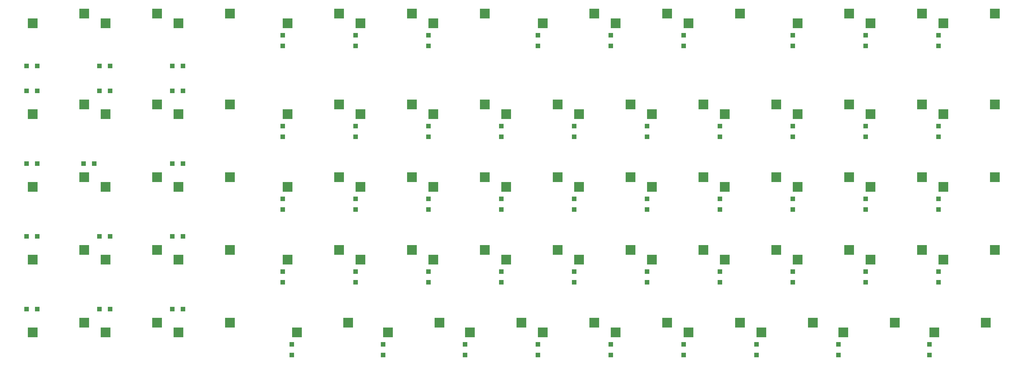
<source format=gbp>
G04 #@! TF.GenerationSoftware,KiCad,Pcbnew,(5.1.10)-1*
G04 #@! TF.CreationDate,2022-01-11T02:36:13-06:00*
G04 #@! TF.ProjectId,O'Shambles,4f275368-616d-4626-9c65-732e6b696361,rev?*
G04 #@! TF.SameCoordinates,Original*
G04 #@! TF.FileFunction,Paste,Bot*
G04 #@! TF.FilePolarity,Positive*
%FSLAX46Y46*%
G04 Gerber Fmt 4.6, Leading zero omitted, Abs format (unit mm)*
G04 Created by KiCad (PCBNEW (5.1.10)-1) date 2022-01-11 02:36:13*
%MOMM*%
%LPD*%
G01*
G04 APERTURE LIST*
%ADD10R,2.550000X2.500000*%
%ADD11R,1.200000X1.200000*%
G04 APERTURE END LIST*
D10*
X260315000Y-61547500D03*
X273765000Y-59007500D03*
X241265000Y-61547500D03*
X254715000Y-59007500D03*
X22190000Y-104410000D03*
X35640000Y-101870000D03*
X22190000Y-142510000D03*
X35640000Y-139970000D03*
X271383750Y-139970000D03*
X257933750Y-142510000D03*
X247571250Y-139970000D03*
X234121250Y-142510000D03*
X226140000Y-139970000D03*
X212690000Y-142510000D03*
X207090000Y-139970000D03*
X193640000Y-142510000D03*
X188040000Y-139970000D03*
X174590000Y-142510000D03*
X168990000Y-139970000D03*
X155540000Y-142510000D03*
X149940000Y-139970000D03*
X136490000Y-142510000D03*
X128508750Y-139970000D03*
X115058750Y-142510000D03*
X104696250Y-139970000D03*
X91246250Y-142510000D03*
X73740000Y-139970000D03*
X60290000Y-142510000D03*
X54690000Y-139970000D03*
X41240000Y-142510000D03*
X260315000Y-123460000D03*
X273765000Y-120920000D03*
X241265000Y-123460000D03*
X254715000Y-120920000D03*
X222215000Y-123460000D03*
X235665000Y-120920000D03*
X203165000Y-123460000D03*
X216615000Y-120920000D03*
X184115000Y-123460000D03*
X197565000Y-120920000D03*
X165065000Y-123460000D03*
X178515000Y-120920000D03*
X146015000Y-123460000D03*
X159465000Y-120920000D03*
X126965000Y-123460000D03*
X140415000Y-120920000D03*
X107915000Y-123460000D03*
X121365000Y-120920000D03*
X88865000Y-123460000D03*
X102315000Y-120920000D03*
X60290000Y-123460000D03*
X73740000Y-120920000D03*
X41240000Y-123460000D03*
X54690000Y-120920000D03*
X22190000Y-123460000D03*
X35640000Y-120920000D03*
X260315000Y-104410000D03*
X273765000Y-101870000D03*
X241265000Y-104410000D03*
X254715000Y-101870000D03*
X222215000Y-104410000D03*
X235665000Y-101870000D03*
X203165000Y-104410000D03*
X216615000Y-101870000D03*
X184115000Y-104410000D03*
X197565000Y-101870000D03*
X165065000Y-104410000D03*
X178515000Y-101870000D03*
X146015000Y-104410000D03*
X159465000Y-101870000D03*
X126965000Y-104410000D03*
X140415000Y-101870000D03*
X107915000Y-104410000D03*
X121365000Y-101870000D03*
X88865000Y-104410000D03*
X102315000Y-101870000D03*
X60290000Y-104410000D03*
X73740000Y-101870000D03*
X41240000Y-104410000D03*
X54690000Y-101870000D03*
X260315000Y-85360000D03*
X273765000Y-82820000D03*
X241265000Y-85360000D03*
X254715000Y-82820000D03*
X222215000Y-85360000D03*
X235665000Y-82820000D03*
X203165000Y-85360000D03*
X216615000Y-82820000D03*
X184115000Y-85360000D03*
X197565000Y-82820000D03*
X165065000Y-85360000D03*
X178515000Y-82820000D03*
X146015000Y-85360000D03*
X159465000Y-82820000D03*
X126965000Y-85360000D03*
X140415000Y-82820000D03*
X107915000Y-85360000D03*
X121365000Y-82820000D03*
X88865000Y-85360000D03*
X102315000Y-82820000D03*
X60290000Y-85360000D03*
X73740000Y-82820000D03*
X41240000Y-85360000D03*
X54690000Y-82820000D03*
X22190000Y-85360000D03*
X35640000Y-82820000D03*
X222215000Y-61547500D03*
X235665000Y-59007500D03*
X193640000Y-61547500D03*
X207090000Y-59007500D03*
X174590000Y-61547500D03*
X188040000Y-59007500D03*
X155540000Y-61547500D03*
X168990000Y-59007500D03*
X126965000Y-61547500D03*
X140415000Y-59007500D03*
X107915000Y-61547500D03*
X121365000Y-59007500D03*
X88865000Y-61547500D03*
X102315000Y-59007500D03*
X60290000Y-61547500D03*
X73740000Y-59007500D03*
X41240000Y-61547500D03*
X54690000Y-59007500D03*
X22190000Y-61547500D03*
X35640000Y-59007500D03*
D11*
X256643750Y-148450000D03*
X256643750Y-145650000D03*
X232831250Y-148450000D03*
X232831250Y-145650000D03*
X211400000Y-148450000D03*
X211400000Y-145650000D03*
X192350000Y-148450000D03*
X192350000Y-145650000D03*
X173300000Y-148450000D03*
X173300000Y-145650000D03*
X154250000Y-148450000D03*
X154250000Y-145650000D03*
X135200000Y-148450000D03*
X135200000Y-145650000D03*
X113768750Y-148450000D03*
X113768750Y-145650000D03*
X89956250Y-148450000D03*
X89956250Y-145650000D03*
X61525000Y-136400000D03*
X58725000Y-136400000D03*
X42475000Y-136400000D03*
X39675000Y-136400000D03*
X20625000Y-136400000D03*
X23425000Y-136400000D03*
X259025000Y-129400000D03*
X259025000Y-126600000D03*
X239975000Y-129400000D03*
X239975000Y-126600000D03*
X220925000Y-129400000D03*
X220925000Y-126600000D03*
X201875000Y-129400000D03*
X201875000Y-126600000D03*
X182825000Y-129400000D03*
X182825000Y-126600000D03*
X163775000Y-129400000D03*
X163775000Y-126600000D03*
X144725000Y-129400000D03*
X144725000Y-126600000D03*
X125675000Y-129400000D03*
X125675000Y-126600000D03*
X106625000Y-129400000D03*
X106625000Y-126600000D03*
X87575000Y-129400000D03*
X87575000Y-126600000D03*
X61525000Y-117350000D03*
X58725000Y-117350000D03*
X39675000Y-117350000D03*
X42475000Y-117350000D03*
X20625000Y-117350000D03*
X23425000Y-117350000D03*
X259025000Y-110350000D03*
X259025000Y-107550000D03*
X239975000Y-110350000D03*
X239975000Y-107550000D03*
X220925000Y-110350000D03*
X220925000Y-107550000D03*
X201875000Y-110350000D03*
X201875000Y-107550000D03*
X182825000Y-110350000D03*
X182825000Y-107550000D03*
X163775000Y-110350000D03*
X163775000Y-107550000D03*
X144725000Y-110350000D03*
X144725000Y-107550000D03*
X125675000Y-110350000D03*
X125675000Y-107550000D03*
X106625000Y-110350000D03*
X106625000Y-107550000D03*
X87575000Y-110350000D03*
X87575000Y-107550000D03*
X61525000Y-98300000D03*
X58725000Y-98300000D03*
X35500000Y-98300000D03*
X38300000Y-98300000D03*
X20625000Y-98300000D03*
X23425000Y-98300000D03*
X259025000Y-91300000D03*
X259025000Y-88500000D03*
X239975000Y-91300000D03*
X239975000Y-88500000D03*
X220925000Y-91300000D03*
X220925000Y-88500000D03*
X201875000Y-91300000D03*
X201875000Y-88500000D03*
X182825000Y-91300000D03*
X182825000Y-88500000D03*
X163775000Y-91300000D03*
X163775000Y-88500000D03*
X144725000Y-91300000D03*
X144725000Y-88500000D03*
X125675000Y-91300000D03*
X125675000Y-88500000D03*
X106625000Y-91300000D03*
X106625000Y-88500000D03*
X87575000Y-91300000D03*
X87575000Y-88500000D03*
X58725000Y-79250000D03*
X61525000Y-79250000D03*
X39675000Y-79250000D03*
X42475000Y-79250000D03*
X20625000Y-79250000D03*
X23425000Y-79250000D03*
X259025000Y-67487500D03*
X259025000Y-64687500D03*
X239975000Y-67487500D03*
X239975000Y-64687500D03*
X220925000Y-67487500D03*
X220925000Y-64687500D03*
X192350000Y-67487500D03*
X192350000Y-64687500D03*
X173300000Y-67487500D03*
X173300000Y-64687500D03*
X154250000Y-67487500D03*
X154250000Y-64687500D03*
X125675000Y-67487500D03*
X125675000Y-64687500D03*
X106625000Y-67487500D03*
X106625000Y-64687500D03*
X87575000Y-67487500D03*
X87575000Y-64687500D03*
X58725000Y-72737500D03*
X61525000Y-72737500D03*
X39675000Y-72737500D03*
X42475000Y-72737500D03*
X20625000Y-72737500D03*
X23425000Y-72737500D03*
M02*

</source>
